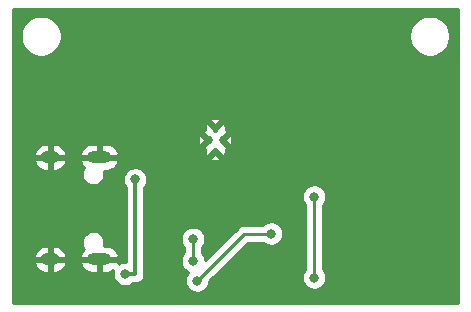
<source format=gbl>
G04 #@! TF.GenerationSoftware,KiCad,Pcbnew,(5.1.10-1-10_14)*
G04 #@! TF.CreationDate,2021-09-29T23:59:16+10:00*
G04 #@! TF.ProjectId,ServianPower5,53657276-6961-46e5-906f-776572352e6b,0.1*
G04 #@! TF.SameCoordinates,Original*
G04 #@! TF.FileFunction,Copper,L2,Bot*
G04 #@! TF.FilePolarity,Positive*
%FSLAX46Y46*%
G04 Gerber Fmt 4.6, Leading zero omitted, Abs format (unit mm)*
G04 Created by KiCad (PCBNEW (5.1.10-1-10_14)) date 2021-09-29 23:59:16*
%MOMM*%
%LPD*%
G01*
G04 APERTURE LIST*
G04 #@! TA.AperFunction,ComponentPad*
%ADD10O,2.100000X1.000000*%
G04 #@! TD*
G04 #@! TA.AperFunction,ComponentPad*
%ADD11O,1.600000X1.000000*%
G04 #@! TD*
G04 #@! TA.AperFunction,ComponentPad*
%ADD12C,0.500000*%
G04 #@! TD*
G04 #@! TA.AperFunction,ViaPad*
%ADD13C,0.800000*%
G04 #@! TD*
G04 #@! TA.AperFunction,Conductor*
%ADD14C,0.250000*%
G04 #@! TD*
G04 #@! TA.AperFunction,Conductor*
%ADD15C,0.300000*%
G04 #@! TD*
G04 #@! TA.AperFunction,Conductor*
%ADD16C,0.254000*%
G04 #@! TD*
G04 #@! TA.AperFunction,Conductor*
%ADD17C,0.100000*%
G04 #@! TD*
G04 APERTURE END LIST*
D10*
X132441400Y-93194600D03*
X132441400Y-84554600D03*
D11*
X128261400Y-84554600D03*
X128261400Y-93194600D03*
D12*
X142240000Y-82108000D03*
X142815000Y-83058000D03*
X141665000Y-83058000D03*
X142240000Y-84008000D03*
D13*
X142748000Y-88392000D03*
X146812000Y-93939000D03*
X151561800Y-85900000D03*
X138074400Y-87757000D03*
X140360400Y-91465400D03*
X140360400Y-93319600D03*
X134620000Y-94437200D03*
X135469800Y-86424600D03*
X150622000Y-87884000D03*
X150622000Y-94742000D03*
X146984000Y-91014000D03*
X140716000Y-94996000D03*
D14*
X140360400Y-91465400D02*
X140360400Y-93319600D01*
D15*
X135469800Y-94437200D02*
X134620000Y-94437200D01*
X135469800Y-86424600D02*
X135469800Y-94437200D01*
D14*
X150622000Y-94742000D02*
X150622000Y-87884000D01*
X144698000Y-91014000D02*
X140716000Y-94996000D01*
X146984000Y-91014000D02*
X144698000Y-91014000D01*
D16*
X162814064Y-96901000D02*
X125102338Y-96901000D01*
X125102338Y-93496474D01*
X126867281Y-93496474D01*
X126947124Y-93719576D01*
X127069031Y-93907364D01*
X127225231Y-94067761D01*
X127409722Y-94194603D01*
X127615413Y-94283015D01*
X127834400Y-94329600D01*
X128134400Y-94329600D01*
X128134400Y-93321600D01*
X128388400Y-93321600D01*
X128388400Y-94329600D01*
X128688400Y-94329600D01*
X128907387Y-94283015D01*
X129113078Y-94194603D01*
X129297569Y-94067761D01*
X129453769Y-93907364D01*
X129575676Y-93719576D01*
X129655519Y-93496474D01*
X130797281Y-93496474D01*
X130877124Y-93719576D01*
X130999031Y-93907364D01*
X131155231Y-94067761D01*
X131339722Y-94194603D01*
X131545413Y-94283015D01*
X131764400Y-94329600D01*
X132314400Y-94329600D01*
X132314400Y-93321600D01*
X132568400Y-93321600D01*
X132568400Y-94329600D01*
X133118400Y-94329600D01*
X133337387Y-94283015D01*
X133543078Y-94194603D01*
X133624052Y-94138931D01*
X133585000Y-94335261D01*
X133585000Y-94539139D01*
X133624774Y-94739098D01*
X133702795Y-94927456D01*
X133816063Y-95096974D01*
X133960226Y-95241137D01*
X134129744Y-95354405D01*
X134318102Y-95432426D01*
X134518061Y-95472200D01*
X134721939Y-95472200D01*
X134921898Y-95432426D01*
X135110256Y-95354405D01*
X135279774Y-95241137D01*
X135298711Y-95222200D01*
X135431240Y-95222200D01*
X135469800Y-95225998D01*
X135623687Y-95210841D01*
X135771660Y-95165954D01*
X135908033Y-95093062D01*
X136027564Y-94994964D01*
X136125662Y-94875433D01*
X136198554Y-94739060D01*
X136243441Y-94591087D01*
X136254800Y-94475761D01*
X136258598Y-94437200D01*
X136254800Y-94398639D01*
X136254800Y-91363461D01*
X139325400Y-91363461D01*
X139325400Y-91567339D01*
X139365174Y-91767298D01*
X139443195Y-91955656D01*
X139556463Y-92125174D01*
X139600400Y-92169111D01*
X139600401Y-92615888D01*
X139556463Y-92659826D01*
X139443195Y-92829344D01*
X139365174Y-93017702D01*
X139325400Y-93217661D01*
X139325400Y-93421539D01*
X139365174Y-93621498D01*
X139443195Y-93809856D01*
X139556463Y-93979374D01*
X139700626Y-94123537D01*
X139870144Y-94236805D01*
X139970086Y-94278203D01*
X139912063Y-94336226D01*
X139798795Y-94505744D01*
X139720774Y-94694102D01*
X139681000Y-94894061D01*
X139681000Y-95097939D01*
X139720774Y-95297898D01*
X139798795Y-95486256D01*
X139912063Y-95655774D01*
X140056226Y-95799937D01*
X140225744Y-95913205D01*
X140414102Y-95991226D01*
X140614061Y-96031000D01*
X140817939Y-96031000D01*
X141017898Y-95991226D01*
X141206256Y-95913205D01*
X141375774Y-95799937D01*
X141519937Y-95655774D01*
X141633205Y-95486256D01*
X141711226Y-95297898D01*
X141751000Y-95097939D01*
X141751000Y-95035801D01*
X145012803Y-91774000D01*
X146280289Y-91774000D01*
X146324226Y-91817937D01*
X146493744Y-91931205D01*
X146682102Y-92009226D01*
X146882061Y-92049000D01*
X147085939Y-92049000D01*
X147285898Y-92009226D01*
X147474256Y-91931205D01*
X147643774Y-91817937D01*
X147787937Y-91673774D01*
X147901205Y-91504256D01*
X147979226Y-91315898D01*
X148019000Y-91115939D01*
X148019000Y-90912061D01*
X147979226Y-90712102D01*
X147901205Y-90523744D01*
X147787937Y-90354226D01*
X147643774Y-90210063D01*
X147474256Y-90096795D01*
X147285898Y-90018774D01*
X147085939Y-89979000D01*
X146882061Y-89979000D01*
X146682102Y-90018774D01*
X146493744Y-90096795D01*
X146324226Y-90210063D01*
X146280289Y-90254000D01*
X144735322Y-90254000D01*
X144697999Y-90250324D01*
X144660676Y-90254000D01*
X144660667Y-90254000D01*
X144549014Y-90264997D01*
X144405753Y-90308454D01*
X144273724Y-90379026D01*
X144273722Y-90379027D01*
X144273723Y-90379027D01*
X144186996Y-90450201D01*
X144186992Y-90450205D01*
X144157999Y-90473999D01*
X144134205Y-90502992D01*
X141395400Y-93241798D01*
X141395400Y-93217661D01*
X141355626Y-93017702D01*
X141277605Y-92829344D01*
X141164337Y-92659826D01*
X141120400Y-92615889D01*
X141120400Y-92169111D01*
X141164337Y-92125174D01*
X141277605Y-91955656D01*
X141355626Y-91767298D01*
X141395400Y-91567339D01*
X141395400Y-91363461D01*
X141355626Y-91163502D01*
X141277605Y-90975144D01*
X141164337Y-90805626D01*
X141020174Y-90661463D01*
X140850656Y-90548195D01*
X140662298Y-90470174D01*
X140462339Y-90430400D01*
X140258461Y-90430400D01*
X140058502Y-90470174D01*
X139870144Y-90548195D01*
X139700626Y-90661463D01*
X139556463Y-90805626D01*
X139443195Y-90975144D01*
X139365174Y-91163502D01*
X139325400Y-91363461D01*
X136254800Y-91363461D01*
X136254800Y-87782061D01*
X149587000Y-87782061D01*
X149587000Y-87985939D01*
X149626774Y-88185898D01*
X149704795Y-88374256D01*
X149818063Y-88543774D01*
X149862001Y-88587712D01*
X149862000Y-94038289D01*
X149818063Y-94082226D01*
X149704795Y-94251744D01*
X149626774Y-94440102D01*
X149587000Y-94640061D01*
X149587000Y-94843939D01*
X149626774Y-95043898D01*
X149704795Y-95232256D01*
X149818063Y-95401774D01*
X149962226Y-95545937D01*
X150131744Y-95659205D01*
X150320102Y-95737226D01*
X150520061Y-95777000D01*
X150723939Y-95777000D01*
X150923898Y-95737226D01*
X151112256Y-95659205D01*
X151281774Y-95545937D01*
X151425937Y-95401774D01*
X151539205Y-95232256D01*
X151617226Y-95043898D01*
X151657000Y-94843939D01*
X151657000Y-94640061D01*
X151617226Y-94440102D01*
X151539205Y-94251744D01*
X151425937Y-94082226D01*
X151382000Y-94038289D01*
X151382000Y-88587711D01*
X151425937Y-88543774D01*
X151539205Y-88374256D01*
X151617226Y-88185898D01*
X151657000Y-87985939D01*
X151657000Y-87782061D01*
X151617226Y-87582102D01*
X151539205Y-87393744D01*
X151425937Y-87224226D01*
X151281774Y-87080063D01*
X151112256Y-86966795D01*
X150923898Y-86888774D01*
X150723939Y-86849000D01*
X150520061Y-86849000D01*
X150320102Y-86888774D01*
X150131744Y-86966795D01*
X149962226Y-87080063D01*
X149818063Y-87224226D01*
X149704795Y-87393744D01*
X149626774Y-87582102D01*
X149587000Y-87782061D01*
X136254800Y-87782061D01*
X136254800Y-87103311D01*
X136273737Y-87084374D01*
X136387005Y-86914856D01*
X136465026Y-86726498D01*
X136504800Y-86526539D01*
X136504800Y-86322661D01*
X136465026Y-86122702D01*
X136387005Y-85934344D01*
X136273737Y-85764826D01*
X136129574Y-85620663D01*
X135960056Y-85507395D01*
X135771698Y-85429374D01*
X135571739Y-85389600D01*
X135367861Y-85389600D01*
X135167902Y-85429374D01*
X134979544Y-85507395D01*
X134810026Y-85620663D01*
X134665863Y-85764826D01*
X134552595Y-85934344D01*
X134474574Y-86122702D01*
X134434800Y-86322661D01*
X134434800Y-86526539D01*
X134474574Y-86726498D01*
X134552595Y-86914856D01*
X134665863Y-87084374D01*
X134684800Y-87103311D01*
X134684801Y-93402200D01*
X134518061Y-93402200D01*
X134318102Y-93441974D01*
X134129744Y-93519995D01*
X134060557Y-93566224D01*
X134085519Y-93496474D01*
X133959354Y-93321600D01*
X132568400Y-93321600D01*
X132314400Y-93321600D01*
X130923446Y-93321600D01*
X130797281Y-93496474D01*
X129655519Y-93496474D01*
X129529354Y-93321600D01*
X128388400Y-93321600D01*
X128134400Y-93321600D01*
X126993446Y-93321600D01*
X126867281Y-93496474D01*
X125102338Y-93496474D01*
X125102338Y-92892726D01*
X126867281Y-92892726D01*
X126993446Y-93067600D01*
X128134400Y-93067600D01*
X128134400Y-92059600D01*
X128388400Y-92059600D01*
X128388400Y-93067600D01*
X129529354Y-93067600D01*
X129655519Y-92892726D01*
X130797281Y-92892726D01*
X130923446Y-93067600D01*
X132314400Y-93067600D01*
X132314400Y-93047600D01*
X132568400Y-93047600D01*
X132568400Y-93067600D01*
X133959354Y-93067600D01*
X134085519Y-92892726D01*
X134005676Y-92669624D01*
X133883769Y-92481836D01*
X133727569Y-92321439D01*
X133543078Y-92194597D01*
X133337387Y-92106185D01*
X133118400Y-92059600D01*
X132828304Y-92059600D01*
X132834508Y-92044622D01*
X132871400Y-91859152D01*
X132871400Y-91670048D01*
X132834508Y-91484578D01*
X132762141Y-91309869D01*
X132657081Y-91152636D01*
X132523364Y-91018919D01*
X132366131Y-90913859D01*
X132191422Y-90841492D01*
X132005952Y-90804600D01*
X131816848Y-90804600D01*
X131631378Y-90841492D01*
X131456669Y-90913859D01*
X131299436Y-91018919D01*
X131165719Y-91152636D01*
X131060659Y-91309869D01*
X130988292Y-91484578D01*
X130951400Y-91670048D01*
X130951400Y-91859152D01*
X130988292Y-92044622D01*
X131060659Y-92219331D01*
X131139606Y-92337484D01*
X130999031Y-92481836D01*
X130877124Y-92669624D01*
X130797281Y-92892726D01*
X129655519Y-92892726D01*
X129575676Y-92669624D01*
X129453769Y-92481836D01*
X129297569Y-92321439D01*
X129113078Y-92194597D01*
X128907387Y-92106185D01*
X128688400Y-92059600D01*
X128388400Y-92059600D01*
X128134400Y-92059600D01*
X127834400Y-92059600D01*
X127615413Y-92106185D01*
X127409722Y-92194597D01*
X127225231Y-92321439D01*
X127069031Y-92481836D01*
X126947124Y-92669624D01*
X126867281Y-92892726D01*
X125102338Y-92892726D01*
X125102338Y-84856474D01*
X126867281Y-84856474D01*
X126947124Y-85079576D01*
X127069031Y-85267364D01*
X127225231Y-85427761D01*
X127409722Y-85554603D01*
X127615413Y-85643015D01*
X127834400Y-85689600D01*
X128134400Y-85689600D01*
X128134400Y-84681600D01*
X128388400Y-84681600D01*
X128388400Y-85689600D01*
X128688400Y-85689600D01*
X128907387Y-85643015D01*
X129113078Y-85554603D01*
X129297569Y-85427761D01*
X129453769Y-85267364D01*
X129575676Y-85079576D01*
X129655519Y-84856474D01*
X130797281Y-84856474D01*
X130877124Y-85079576D01*
X130999031Y-85267364D01*
X131139606Y-85411716D01*
X131060659Y-85529869D01*
X130988292Y-85704578D01*
X130951400Y-85890048D01*
X130951400Y-86079152D01*
X130988292Y-86264622D01*
X131060659Y-86439331D01*
X131165719Y-86596564D01*
X131299436Y-86730281D01*
X131456669Y-86835341D01*
X131631378Y-86907708D01*
X131816848Y-86944600D01*
X132005952Y-86944600D01*
X132191422Y-86907708D01*
X132366131Y-86835341D01*
X132523364Y-86730281D01*
X132657081Y-86596564D01*
X132762141Y-86439331D01*
X132834508Y-86264622D01*
X132871400Y-86079152D01*
X132871400Y-85890048D01*
X132834508Y-85704578D01*
X132828304Y-85689600D01*
X133118400Y-85689600D01*
X133337387Y-85643015D01*
X133543078Y-85554603D01*
X133727569Y-85427761D01*
X133883769Y-85267364D01*
X134005676Y-85079576D01*
X134085519Y-84856474D01*
X133959354Y-84681600D01*
X132568400Y-84681600D01*
X132568400Y-84701600D01*
X132314400Y-84701600D01*
X132314400Y-84681600D01*
X130923446Y-84681600D01*
X130797281Y-84856474D01*
X129655519Y-84856474D01*
X129529354Y-84681600D01*
X128388400Y-84681600D01*
X128134400Y-84681600D01*
X126993446Y-84681600D01*
X126867281Y-84856474D01*
X125102338Y-84856474D01*
X125102338Y-84604164D01*
X141817784Y-84604164D01*
X141821826Y-84792827D01*
X141982974Y-84859328D01*
X142153998Y-84893113D01*
X142328328Y-84892884D01*
X142499264Y-84858649D01*
X142658174Y-84792827D01*
X142662216Y-84604164D01*
X142240000Y-84181948D01*
X141817784Y-84604164D01*
X125102338Y-84604164D01*
X125102338Y-84252726D01*
X126867281Y-84252726D01*
X126993446Y-84427600D01*
X128134400Y-84427600D01*
X128134400Y-83419600D01*
X128388400Y-83419600D01*
X128388400Y-84427600D01*
X129529354Y-84427600D01*
X129655519Y-84252726D01*
X130797281Y-84252726D01*
X130923446Y-84427600D01*
X132314400Y-84427600D01*
X132314400Y-83419600D01*
X132568400Y-83419600D01*
X132568400Y-84427600D01*
X133959354Y-84427600D01*
X134085519Y-84252726D01*
X134005676Y-84029624D01*
X133883769Y-83841836D01*
X133727569Y-83681439D01*
X133543078Y-83554597D01*
X133337387Y-83466185D01*
X133118400Y-83419600D01*
X132568400Y-83419600D01*
X132314400Y-83419600D01*
X131764400Y-83419600D01*
X131545413Y-83466185D01*
X131339722Y-83554597D01*
X131155231Y-83681439D01*
X130999031Y-83841836D01*
X130877124Y-84029624D01*
X130797281Y-84252726D01*
X129655519Y-84252726D01*
X129575676Y-84029624D01*
X129453769Y-83841836D01*
X129297569Y-83681439D01*
X129113078Y-83554597D01*
X128907387Y-83466185D01*
X128688400Y-83419600D01*
X128388400Y-83419600D01*
X128134400Y-83419600D01*
X127834400Y-83419600D01*
X127615413Y-83466185D01*
X127409722Y-83554597D01*
X127225231Y-83681439D01*
X127069031Y-83841836D01*
X126947124Y-84029624D01*
X126867281Y-84252726D01*
X125102338Y-84252726D01*
X125102338Y-82971998D01*
X140779887Y-82971998D01*
X140780116Y-83146328D01*
X140814351Y-83317264D01*
X140880173Y-83476174D01*
X141068836Y-83480216D01*
X141491052Y-83058000D01*
X141068836Y-82635784D01*
X140880173Y-82639826D01*
X140813672Y-82800974D01*
X140779887Y-82971998D01*
X125102338Y-82971998D01*
X125102338Y-82461836D01*
X141242784Y-82461836D01*
X141665000Y-82884052D01*
X141681971Y-82867081D01*
X141855919Y-83041029D01*
X141838948Y-83058000D01*
X141855919Y-83074971D01*
X141681971Y-83248919D01*
X141665000Y-83231948D01*
X141242784Y-83654164D01*
X141246826Y-83842827D01*
X141361203Y-83890027D01*
X141354887Y-83921998D01*
X141355116Y-84096328D01*
X141389351Y-84267264D01*
X141455173Y-84426174D01*
X141643836Y-84430216D01*
X142066052Y-84008000D01*
X142049081Y-83991029D01*
X142223029Y-83817081D01*
X142240000Y-83834052D01*
X142256971Y-83817081D01*
X142430919Y-83991029D01*
X142413948Y-84008000D01*
X142836164Y-84430216D01*
X143024827Y-84426174D01*
X143091328Y-84265026D01*
X143125113Y-84094002D01*
X143124884Y-83919672D01*
X143118968Y-83890132D01*
X143233174Y-83842827D01*
X143237216Y-83654164D01*
X142815000Y-83231948D01*
X142798029Y-83248919D01*
X142624081Y-83074971D01*
X142641052Y-83058000D01*
X142988948Y-83058000D01*
X143411164Y-83480216D01*
X143599827Y-83476174D01*
X143666328Y-83315026D01*
X143700113Y-83144002D01*
X143699884Y-82969672D01*
X143665649Y-82798736D01*
X143599827Y-82639826D01*
X143411164Y-82635784D01*
X142988948Y-83058000D01*
X142641052Y-83058000D01*
X142624081Y-83041029D01*
X142798029Y-82867081D01*
X142815000Y-82884052D01*
X143237216Y-82461836D01*
X143233174Y-82273173D01*
X143118797Y-82225973D01*
X143125113Y-82194002D01*
X143124884Y-82019672D01*
X143090649Y-81848736D01*
X143024827Y-81689826D01*
X142836164Y-81685784D01*
X142413948Y-82108000D01*
X142430919Y-82124971D01*
X142256971Y-82298919D01*
X142240000Y-82281948D01*
X142223029Y-82298919D01*
X142049081Y-82124971D01*
X142066052Y-82108000D01*
X141643836Y-81685784D01*
X141455173Y-81689826D01*
X141388672Y-81850974D01*
X141354887Y-82021998D01*
X141355116Y-82196328D01*
X141361032Y-82225868D01*
X141246826Y-82273173D01*
X141242784Y-82461836D01*
X125102338Y-82461836D01*
X125102338Y-81511836D01*
X141817784Y-81511836D01*
X142240000Y-81934052D01*
X142662216Y-81511836D01*
X142658174Y-81323173D01*
X142497026Y-81256672D01*
X142326002Y-81222887D01*
X142151672Y-81223116D01*
X141980736Y-81257351D01*
X141821826Y-81323173D01*
X141817784Y-81511836D01*
X125102338Y-81511836D01*
X125102338Y-74124117D01*
X125773000Y-74124117D01*
X125773000Y-74465883D01*
X125839675Y-74801081D01*
X125970463Y-75116831D01*
X126160337Y-75400998D01*
X126402002Y-75642663D01*
X126686169Y-75832537D01*
X127001919Y-75963325D01*
X127337117Y-76030000D01*
X127678883Y-76030000D01*
X128014081Y-75963325D01*
X128329831Y-75832537D01*
X128613998Y-75642663D01*
X128855663Y-75400998D01*
X129045537Y-75116831D01*
X129176325Y-74801081D01*
X129243000Y-74465883D01*
X129243000Y-74124117D01*
X158666000Y-74124117D01*
X158666000Y-74465883D01*
X158732675Y-74801081D01*
X158863463Y-75116831D01*
X159053337Y-75400998D01*
X159295002Y-75642663D01*
X159579169Y-75832537D01*
X159894919Y-75963325D01*
X160230117Y-76030000D01*
X160571883Y-76030000D01*
X160907081Y-75963325D01*
X161222831Y-75832537D01*
X161506998Y-75642663D01*
X161748663Y-75400998D01*
X161938537Y-75116831D01*
X162069325Y-74801081D01*
X162136000Y-74465883D01*
X162136000Y-74124117D01*
X162069325Y-73788919D01*
X161938537Y-73473169D01*
X161748663Y-73189002D01*
X161506998Y-72947337D01*
X161222831Y-72757463D01*
X160907081Y-72626675D01*
X160571883Y-72560000D01*
X160230117Y-72560000D01*
X159894919Y-72626675D01*
X159579169Y-72757463D01*
X159295002Y-72947337D01*
X159053337Y-73189002D01*
X158863463Y-73473169D01*
X158732675Y-73788919D01*
X158666000Y-74124117D01*
X129243000Y-74124117D01*
X129176325Y-73788919D01*
X129045537Y-73473169D01*
X128855663Y-73189002D01*
X128613998Y-72947337D01*
X128329831Y-72757463D01*
X128014081Y-72626675D01*
X127678883Y-72560000D01*
X127337117Y-72560000D01*
X127001919Y-72626675D01*
X126686169Y-72757463D01*
X126402002Y-72947337D01*
X126160337Y-73189002D01*
X125970463Y-73473169D01*
X125839675Y-73788919D01*
X125773000Y-74124117D01*
X125102338Y-74124117D01*
X125102338Y-72009000D01*
X162826636Y-72009000D01*
X162814064Y-96901000D01*
G04 #@! TA.AperFunction,Conductor*
D17*
G36*
X162814064Y-96901000D02*
G01*
X125102338Y-96901000D01*
X125102338Y-93496474D01*
X126867281Y-93496474D01*
X126947124Y-93719576D01*
X127069031Y-93907364D01*
X127225231Y-94067761D01*
X127409722Y-94194603D01*
X127615413Y-94283015D01*
X127834400Y-94329600D01*
X128134400Y-94329600D01*
X128134400Y-93321600D01*
X128388400Y-93321600D01*
X128388400Y-94329600D01*
X128688400Y-94329600D01*
X128907387Y-94283015D01*
X129113078Y-94194603D01*
X129297569Y-94067761D01*
X129453769Y-93907364D01*
X129575676Y-93719576D01*
X129655519Y-93496474D01*
X130797281Y-93496474D01*
X130877124Y-93719576D01*
X130999031Y-93907364D01*
X131155231Y-94067761D01*
X131339722Y-94194603D01*
X131545413Y-94283015D01*
X131764400Y-94329600D01*
X132314400Y-94329600D01*
X132314400Y-93321600D01*
X132568400Y-93321600D01*
X132568400Y-94329600D01*
X133118400Y-94329600D01*
X133337387Y-94283015D01*
X133543078Y-94194603D01*
X133624052Y-94138931D01*
X133585000Y-94335261D01*
X133585000Y-94539139D01*
X133624774Y-94739098D01*
X133702795Y-94927456D01*
X133816063Y-95096974D01*
X133960226Y-95241137D01*
X134129744Y-95354405D01*
X134318102Y-95432426D01*
X134518061Y-95472200D01*
X134721939Y-95472200D01*
X134921898Y-95432426D01*
X135110256Y-95354405D01*
X135279774Y-95241137D01*
X135298711Y-95222200D01*
X135431240Y-95222200D01*
X135469800Y-95225998D01*
X135623687Y-95210841D01*
X135771660Y-95165954D01*
X135908033Y-95093062D01*
X136027564Y-94994964D01*
X136125662Y-94875433D01*
X136198554Y-94739060D01*
X136243441Y-94591087D01*
X136254800Y-94475761D01*
X136258598Y-94437200D01*
X136254800Y-94398639D01*
X136254800Y-91363461D01*
X139325400Y-91363461D01*
X139325400Y-91567339D01*
X139365174Y-91767298D01*
X139443195Y-91955656D01*
X139556463Y-92125174D01*
X139600400Y-92169111D01*
X139600401Y-92615888D01*
X139556463Y-92659826D01*
X139443195Y-92829344D01*
X139365174Y-93017702D01*
X139325400Y-93217661D01*
X139325400Y-93421539D01*
X139365174Y-93621498D01*
X139443195Y-93809856D01*
X139556463Y-93979374D01*
X139700626Y-94123537D01*
X139870144Y-94236805D01*
X139970086Y-94278203D01*
X139912063Y-94336226D01*
X139798795Y-94505744D01*
X139720774Y-94694102D01*
X139681000Y-94894061D01*
X139681000Y-95097939D01*
X139720774Y-95297898D01*
X139798795Y-95486256D01*
X139912063Y-95655774D01*
X140056226Y-95799937D01*
X140225744Y-95913205D01*
X140414102Y-95991226D01*
X140614061Y-96031000D01*
X140817939Y-96031000D01*
X141017898Y-95991226D01*
X141206256Y-95913205D01*
X141375774Y-95799937D01*
X141519937Y-95655774D01*
X141633205Y-95486256D01*
X141711226Y-95297898D01*
X141751000Y-95097939D01*
X141751000Y-95035801D01*
X145012803Y-91774000D01*
X146280289Y-91774000D01*
X146324226Y-91817937D01*
X146493744Y-91931205D01*
X146682102Y-92009226D01*
X146882061Y-92049000D01*
X147085939Y-92049000D01*
X147285898Y-92009226D01*
X147474256Y-91931205D01*
X147643774Y-91817937D01*
X147787937Y-91673774D01*
X147901205Y-91504256D01*
X147979226Y-91315898D01*
X148019000Y-91115939D01*
X148019000Y-90912061D01*
X147979226Y-90712102D01*
X147901205Y-90523744D01*
X147787937Y-90354226D01*
X147643774Y-90210063D01*
X147474256Y-90096795D01*
X147285898Y-90018774D01*
X147085939Y-89979000D01*
X146882061Y-89979000D01*
X146682102Y-90018774D01*
X146493744Y-90096795D01*
X146324226Y-90210063D01*
X146280289Y-90254000D01*
X144735322Y-90254000D01*
X144697999Y-90250324D01*
X144660676Y-90254000D01*
X144660667Y-90254000D01*
X144549014Y-90264997D01*
X144405753Y-90308454D01*
X144273724Y-90379026D01*
X144273722Y-90379027D01*
X144273723Y-90379027D01*
X144186996Y-90450201D01*
X144186992Y-90450205D01*
X144157999Y-90473999D01*
X144134205Y-90502992D01*
X141395400Y-93241798D01*
X141395400Y-93217661D01*
X141355626Y-93017702D01*
X141277605Y-92829344D01*
X141164337Y-92659826D01*
X141120400Y-92615889D01*
X141120400Y-92169111D01*
X141164337Y-92125174D01*
X141277605Y-91955656D01*
X141355626Y-91767298D01*
X141395400Y-91567339D01*
X141395400Y-91363461D01*
X141355626Y-91163502D01*
X141277605Y-90975144D01*
X141164337Y-90805626D01*
X141020174Y-90661463D01*
X140850656Y-90548195D01*
X140662298Y-90470174D01*
X140462339Y-90430400D01*
X140258461Y-90430400D01*
X140058502Y-90470174D01*
X139870144Y-90548195D01*
X139700626Y-90661463D01*
X139556463Y-90805626D01*
X139443195Y-90975144D01*
X139365174Y-91163502D01*
X139325400Y-91363461D01*
X136254800Y-91363461D01*
X136254800Y-87782061D01*
X149587000Y-87782061D01*
X149587000Y-87985939D01*
X149626774Y-88185898D01*
X149704795Y-88374256D01*
X149818063Y-88543774D01*
X149862001Y-88587712D01*
X149862000Y-94038289D01*
X149818063Y-94082226D01*
X149704795Y-94251744D01*
X149626774Y-94440102D01*
X149587000Y-94640061D01*
X149587000Y-94843939D01*
X149626774Y-95043898D01*
X149704795Y-95232256D01*
X149818063Y-95401774D01*
X149962226Y-95545937D01*
X150131744Y-95659205D01*
X150320102Y-95737226D01*
X150520061Y-95777000D01*
X150723939Y-95777000D01*
X150923898Y-95737226D01*
X151112256Y-95659205D01*
X151281774Y-95545937D01*
X151425937Y-95401774D01*
X151539205Y-95232256D01*
X151617226Y-95043898D01*
X151657000Y-94843939D01*
X151657000Y-94640061D01*
X151617226Y-94440102D01*
X151539205Y-94251744D01*
X151425937Y-94082226D01*
X151382000Y-94038289D01*
X151382000Y-88587711D01*
X151425937Y-88543774D01*
X151539205Y-88374256D01*
X151617226Y-88185898D01*
X151657000Y-87985939D01*
X151657000Y-87782061D01*
X151617226Y-87582102D01*
X151539205Y-87393744D01*
X151425937Y-87224226D01*
X151281774Y-87080063D01*
X151112256Y-86966795D01*
X150923898Y-86888774D01*
X150723939Y-86849000D01*
X150520061Y-86849000D01*
X150320102Y-86888774D01*
X150131744Y-86966795D01*
X149962226Y-87080063D01*
X149818063Y-87224226D01*
X149704795Y-87393744D01*
X149626774Y-87582102D01*
X149587000Y-87782061D01*
X136254800Y-87782061D01*
X136254800Y-87103311D01*
X136273737Y-87084374D01*
X136387005Y-86914856D01*
X136465026Y-86726498D01*
X136504800Y-86526539D01*
X136504800Y-86322661D01*
X136465026Y-86122702D01*
X136387005Y-85934344D01*
X136273737Y-85764826D01*
X136129574Y-85620663D01*
X135960056Y-85507395D01*
X135771698Y-85429374D01*
X135571739Y-85389600D01*
X135367861Y-85389600D01*
X135167902Y-85429374D01*
X134979544Y-85507395D01*
X134810026Y-85620663D01*
X134665863Y-85764826D01*
X134552595Y-85934344D01*
X134474574Y-86122702D01*
X134434800Y-86322661D01*
X134434800Y-86526539D01*
X134474574Y-86726498D01*
X134552595Y-86914856D01*
X134665863Y-87084374D01*
X134684800Y-87103311D01*
X134684801Y-93402200D01*
X134518061Y-93402200D01*
X134318102Y-93441974D01*
X134129744Y-93519995D01*
X134060557Y-93566224D01*
X134085519Y-93496474D01*
X133959354Y-93321600D01*
X132568400Y-93321600D01*
X132314400Y-93321600D01*
X130923446Y-93321600D01*
X130797281Y-93496474D01*
X129655519Y-93496474D01*
X129529354Y-93321600D01*
X128388400Y-93321600D01*
X128134400Y-93321600D01*
X126993446Y-93321600D01*
X126867281Y-93496474D01*
X125102338Y-93496474D01*
X125102338Y-92892726D01*
X126867281Y-92892726D01*
X126993446Y-93067600D01*
X128134400Y-93067600D01*
X128134400Y-92059600D01*
X128388400Y-92059600D01*
X128388400Y-93067600D01*
X129529354Y-93067600D01*
X129655519Y-92892726D01*
X130797281Y-92892726D01*
X130923446Y-93067600D01*
X132314400Y-93067600D01*
X132314400Y-93047600D01*
X132568400Y-93047600D01*
X132568400Y-93067600D01*
X133959354Y-93067600D01*
X134085519Y-92892726D01*
X134005676Y-92669624D01*
X133883769Y-92481836D01*
X133727569Y-92321439D01*
X133543078Y-92194597D01*
X133337387Y-92106185D01*
X133118400Y-92059600D01*
X132828304Y-92059600D01*
X132834508Y-92044622D01*
X132871400Y-91859152D01*
X132871400Y-91670048D01*
X132834508Y-91484578D01*
X132762141Y-91309869D01*
X132657081Y-91152636D01*
X132523364Y-91018919D01*
X132366131Y-90913859D01*
X132191422Y-90841492D01*
X132005952Y-90804600D01*
X131816848Y-90804600D01*
X131631378Y-90841492D01*
X131456669Y-90913859D01*
X131299436Y-91018919D01*
X131165719Y-91152636D01*
X131060659Y-91309869D01*
X130988292Y-91484578D01*
X130951400Y-91670048D01*
X130951400Y-91859152D01*
X130988292Y-92044622D01*
X131060659Y-92219331D01*
X131139606Y-92337484D01*
X130999031Y-92481836D01*
X130877124Y-92669624D01*
X130797281Y-92892726D01*
X129655519Y-92892726D01*
X129575676Y-92669624D01*
X129453769Y-92481836D01*
X129297569Y-92321439D01*
X129113078Y-92194597D01*
X128907387Y-92106185D01*
X128688400Y-92059600D01*
X128388400Y-92059600D01*
X128134400Y-92059600D01*
X127834400Y-92059600D01*
X127615413Y-92106185D01*
X127409722Y-92194597D01*
X127225231Y-92321439D01*
X127069031Y-92481836D01*
X126947124Y-92669624D01*
X126867281Y-92892726D01*
X125102338Y-92892726D01*
X125102338Y-84856474D01*
X126867281Y-84856474D01*
X126947124Y-85079576D01*
X127069031Y-85267364D01*
X127225231Y-85427761D01*
X127409722Y-85554603D01*
X127615413Y-85643015D01*
X127834400Y-85689600D01*
X128134400Y-85689600D01*
X128134400Y-84681600D01*
X128388400Y-84681600D01*
X128388400Y-85689600D01*
X128688400Y-85689600D01*
X128907387Y-85643015D01*
X129113078Y-85554603D01*
X129297569Y-85427761D01*
X129453769Y-85267364D01*
X129575676Y-85079576D01*
X129655519Y-84856474D01*
X130797281Y-84856474D01*
X130877124Y-85079576D01*
X130999031Y-85267364D01*
X131139606Y-85411716D01*
X131060659Y-85529869D01*
X130988292Y-85704578D01*
X130951400Y-85890048D01*
X130951400Y-86079152D01*
X130988292Y-86264622D01*
X131060659Y-86439331D01*
X131165719Y-86596564D01*
X131299436Y-86730281D01*
X131456669Y-86835341D01*
X131631378Y-86907708D01*
X131816848Y-86944600D01*
X132005952Y-86944600D01*
X132191422Y-86907708D01*
X132366131Y-86835341D01*
X132523364Y-86730281D01*
X132657081Y-86596564D01*
X132762141Y-86439331D01*
X132834508Y-86264622D01*
X132871400Y-86079152D01*
X132871400Y-85890048D01*
X132834508Y-85704578D01*
X132828304Y-85689600D01*
X133118400Y-85689600D01*
X133337387Y-85643015D01*
X133543078Y-85554603D01*
X133727569Y-85427761D01*
X133883769Y-85267364D01*
X134005676Y-85079576D01*
X134085519Y-84856474D01*
X133959354Y-84681600D01*
X132568400Y-84681600D01*
X132568400Y-84701600D01*
X132314400Y-84701600D01*
X132314400Y-84681600D01*
X130923446Y-84681600D01*
X130797281Y-84856474D01*
X129655519Y-84856474D01*
X129529354Y-84681600D01*
X128388400Y-84681600D01*
X128134400Y-84681600D01*
X126993446Y-84681600D01*
X126867281Y-84856474D01*
X125102338Y-84856474D01*
X125102338Y-84604164D01*
X141817784Y-84604164D01*
X141821826Y-84792827D01*
X141982974Y-84859328D01*
X142153998Y-84893113D01*
X142328328Y-84892884D01*
X142499264Y-84858649D01*
X142658174Y-84792827D01*
X142662216Y-84604164D01*
X142240000Y-84181948D01*
X141817784Y-84604164D01*
X125102338Y-84604164D01*
X125102338Y-84252726D01*
X126867281Y-84252726D01*
X126993446Y-84427600D01*
X128134400Y-84427600D01*
X128134400Y-83419600D01*
X128388400Y-83419600D01*
X128388400Y-84427600D01*
X129529354Y-84427600D01*
X129655519Y-84252726D01*
X130797281Y-84252726D01*
X130923446Y-84427600D01*
X132314400Y-84427600D01*
X132314400Y-83419600D01*
X132568400Y-83419600D01*
X132568400Y-84427600D01*
X133959354Y-84427600D01*
X134085519Y-84252726D01*
X134005676Y-84029624D01*
X133883769Y-83841836D01*
X133727569Y-83681439D01*
X133543078Y-83554597D01*
X133337387Y-83466185D01*
X133118400Y-83419600D01*
X132568400Y-83419600D01*
X132314400Y-83419600D01*
X131764400Y-83419600D01*
X131545413Y-83466185D01*
X131339722Y-83554597D01*
X131155231Y-83681439D01*
X130999031Y-83841836D01*
X130877124Y-84029624D01*
X130797281Y-84252726D01*
X129655519Y-84252726D01*
X129575676Y-84029624D01*
X129453769Y-83841836D01*
X129297569Y-83681439D01*
X129113078Y-83554597D01*
X128907387Y-83466185D01*
X128688400Y-83419600D01*
X128388400Y-83419600D01*
X128134400Y-83419600D01*
X127834400Y-83419600D01*
X127615413Y-83466185D01*
X127409722Y-83554597D01*
X127225231Y-83681439D01*
X127069031Y-83841836D01*
X126947124Y-84029624D01*
X126867281Y-84252726D01*
X125102338Y-84252726D01*
X125102338Y-82971998D01*
X140779887Y-82971998D01*
X140780116Y-83146328D01*
X140814351Y-83317264D01*
X140880173Y-83476174D01*
X141068836Y-83480216D01*
X141491052Y-83058000D01*
X141068836Y-82635784D01*
X140880173Y-82639826D01*
X140813672Y-82800974D01*
X140779887Y-82971998D01*
X125102338Y-82971998D01*
X125102338Y-82461836D01*
X141242784Y-82461836D01*
X141665000Y-82884052D01*
X141681971Y-82867081D01*
X141855919Y-83041029D01*
X141838948Y-83058000D01*
X141855919Y-83074971D01*
X141681971Y-83248919D01*
X141665000Y-83231948D01*
X141242784Y-83654164D01*
X141246826Y-83842827D01*
X141361203Y-83890027D01*
X141354887Y-83921998D01*
X141355116Y-84096328D01*
X141389351Y-84267264D01*
X141455173Y-84426174D01*
X141643836Y-84430216D01*
X142066052Y-84008000D01*
X142049081Y-83991029D01*
X142223029Y-83817081D01*
X142240000Y-83834052D01*
X142256971Y-83817081D01*
X142430919Y-83991029D01*
X142413948Y-84008000D01*
X142836164Y-84430216D01*
X143024827Y-84426174D01*
X143091328Y-84265026D01*
X143125113Y-84094002D01*
X143124884Y-83919672D01*
X143118968Y-83890132D01*
X143233174Y-83842827D01*
X143237216Y-83654164D01*
X142815000Y-83231948D01*
X142798029Y-83248919D01*
X142624081Y-83074971D01*
X142641052Y-83058000D01*
X142988948Y-83058000D01*
X143411164Y-83480216D01*
X143599827Y-83476174D01*
X143666328Y-83315026D01*
X143700113Y-83144002D01*
X143699884Y-82969672D01*
X143665649Y-82798736D01*
X143599827Y-82639826D01*
X143411164Y-82635784D01*
X142988948Y-83058000D01*
X142641052Y-83058000D01*
X142624081Y-83041029D01*
X142798029Y-82867081D01*
X142815000Y-82884052D01*
X143237216Y-82461836D01*
X143233174Y-82273173D01*
X143118797Y-82225973D01*
X143125113Y-82194002D01*
X143124884Y-82019672D01*
X143090649Y-81848736D01*
X143024827Y-81689826D01*
X142836164Y-81685784D01*
X142413948Y-82108000D01*
X142430919Y-82124971D01*
X142256971Y-82298919D01*
X142240000Y-82281948D01*
X142223029Y-82298919D01*
X142049081Y-82124971D01*
X142066052Y-82108000D01*
X141643836Y-81685784D01*
X141455173Y-81689826D01*
X141388672Y-81850974D01*
X141354887Y-82021998D01*
X141355116Y-82196328D01*
X141361032Y-82225868D01*
X141246826Y-82273173D01*
X141242784Y-82461836D01*
X125102338Y-82461836D01*
X125102338Y-81511836D01*
X141817784Y-81511836D01*
X142240000Y-81934052D01*
X142662216Y-81511836D01*
X142658174Y-81323173D01*
X142497026Y-81256672D01*
X142326002Y-81222887D01*
X142151672Y-81223116D01*
X141980736Y-81257351D01*
X141821826Y-81323173D01*
X141817784Y-81511836D01*
X125102338Y-81511836D01*
X125102338Y-74124117D01*
X125773000Y-74124117D01*
X125773000Y-74465883D01*
X125839675Y-74801081D01*
X125970463Y-75116831D01*
X126160337Y-75400998D01*
X126402002Y-75642663D01*
X126686169Y-75832537D01*
X127001919Y-75963325D01*
X127337117Y-76030000D01*
X127678883Y-76030000D01*
X128014081Y-75963325D01*
X128329831Y-75832537D01*
X128613998Y-75642663D01*
X128855663Y-75400998D01*
X129045537Y-75116831D01*
X129176325Y-74801081D01*
X129243000Y-74465883D01*
X129243000Y-74124117D01*
X158666000Y-74124117D01*
X158666000Y-74465883D01*
X158732675Y-74801081D01*
X158863463Y-75116831D01*
X159053337Y-75400998D01*
X159295002Y-75642663D01*
X159579169Y-75832537D01*
X159894919Y-75963325D01*
X160230117Y-76030000D01*
X160571883Y-76030000D01*
X160907081Y-75963325D01*
X161222831Y-75832537D01*
X161506998Y-75642663D01*
X161748663Y-75400998D01*
X161938537Y-75116831D01*
X162069325Y-74801081D01*
X162136000Y-74465883D01*
X162136000Y-74124117D01*
X162069325Y-73788919D01*
X161938537Y-73473169D01*
X161748663Y-73189002D01*
X161506998Y-72947337D01*
X161222831Y-72757463D01*
X160907081Y-72626675D01*
X160571883Y-72560000D01*
X160230117Y-72560000D01*
X159894919Y-72626675D01*
X159579169Y-72757463D01*
X159295002Y-72947337D01*
X159053337Y-73189002D01*
X158863463Y-73473169D01*
X158732675Y-73788919D01*
X158666000Y-74124117D01*
X129243000Y-74124117D01*
X129176325Y-73788919D01*
X129045537Y-73473169D01*
X128855663Y-73189002D01*
X128613998Y-72947337D01*
X128329831Y-72757463D01*
X128014081Y-72626675D01*
X127678883Y-72560000D01*
X127337117Y-72560000D01*
X127001919Y-72626675D01*
X126686169Y-72757463D01*
X126402002Y-72947337D01*
X126160337Y-73189002D01*
X125970463Y-73473169D01*
X125839675Y-73788919D01*
X125773000Y-74124117D01*
X125102338Y-74124117D01*
X125102338Y-72009000D01*
X162826636Y-72009000D01*
X162814064Y-96901000D01*
G37*
G04 #@! TD.AperFunction*
M02*

</source>
